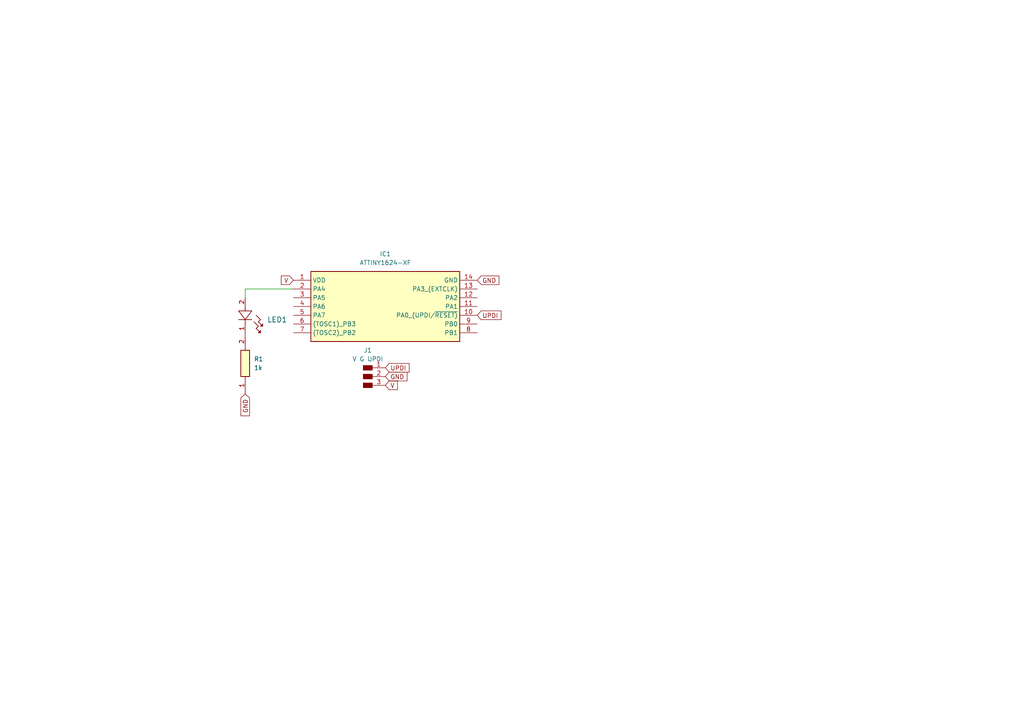
<source format=kicad_sch>
(kicad_sch (version 20250114) (generator "eeschema") (generator_version "9.0")
  (paper "A4")
  (lib_symbols
    (symbol "Neil:ATTINY1624 TSSOP"
      (property "Reference" "IC" (at 49.53 7.62 0))
      (property "Value" "ATTINY1624-XF" (at 49.53 5.08 0))
      (symbol "ATTINY1624 TSSOP_1_1"
        (rectangle (start 5.08 2.54) (end 48.26 -17.78) (stroke (width 0.254)) (fill (type background)))
        (pin passive line (at 0 0 0) (length 5.08) (name "VDD") (number "1"))
        (pin passive line (at 0 -2.54 0) (length 5.08) (name "PA4") (number "2"))
        (pin passive line (at 0 -5.08 0) (length 5.08) (name "PA5") (number "3"))
        (pin passive line (at 0 -7.62 0) (length 5.08) (name "PA6") (number "4"))
        (pin passive line (at 0 -10.16 0) (length 5.08) (name "PA7") (number "5"))
        (pin passive line (at 0 -12.7 0) (length 5.08) (name "(TOSC1)_PB3") (number "6"))
        (pin passive line (at 0 -15.24 0) (length 5.08) (name "(TOSC2)_PB2") (number "7"))
        (pin passive line (at 53.34 0 180) (length 5.08) (name "GND") (number "14"))
        (pin passive line (at 53.34 -2.54 180) (length 5.08) (name "PA3_(EXTCLK)") (number "13"))
        (pin passive line (at 53.34 -5.08 180) (length 5.08) (name "PA2") (number "12"))
        (pin passive line (at 53.34 -7.62 180) (length 5.08) (name "PA1") (number "11"))
        (pin passive line (at 53.34 -10.16 180) (length 5.08) (name "PA0_(UPDI/~{RESET)}") (number "10"))
        (pin passive line (at 53.34 -12.7 180) (length 5.08) (name "PB0") (number "9"))
        (pin passive line (at 53.34 -15.24 180) (length 5.08) (name "PB1") (number "8"))
      )
    )
    (symbol "Neil:LED 0603" (pin_names (offset 0.254))
      (property "Reference" "LED" (at 5.08 -4.445 0))
      (property "Value" "B1911USD-20D000114U1930" (at 5.08 -7.62 0))
      (symbol "LED 0603_1_1"
        (polyline (pts (xy 2.54 0) (xy 3.4798 0)) (stroke (width 0.2032)))
        (polyline (pts (xy 3.175 0) (xy 3.81 0)) (stroke (width 0.2032)))
        (polyline (pts (xy 3.81 1.905) (xy 3.81 -1.905)) (stroke (width 0.2032)))
        (polyline (pts (xy 3.81 -1.905) (xy 6.35 0)) (stroke (width 0.2032)))
        (polyline (pts (xy 5.08 3.175) (xy 6.35 4.445)) (stroke (width 0.2032)))
        (polyline (pts (xy 6.35 4.445) (xy 6.985 3.81)) (stroke (width 0.2032)))
        (polyline (pts (xy 6.35 0) (xy 3.81 1.905)) (stroke (width 0.2032)))
        (polyline (pts (xy 6.35 0) (xy 7.62 0)) (stroke (width 0.2032)))
        (polyline (pts (xy 6.35 -1.905) (xy 6.35 1.905)) (stroke (width 0.2032)))
        (polyline (pts (xy 6.985 3.81) (xy 8.255 5.08)) (stroke (width 0.2032)))
        (polyline (pts (xy 6.985 2.54) (xy 8.255 3.81)) (stroke (width 0.2032)))
        (polyline (pts (xy 7.62 5.08) (xy 8.255 4.445)) (stroke (width 0.2032)))
        (polyline (pts (xy 8.255 5.08) (xy 7.62 5.08)) (stroke (width 0.2032)))
        (polyline (pts (xy 8.255 4.445) (xy 8.255 5.08)) (stroke (width 0.2032)))
        (polyline (pts (xy 8.255 3.81) (xy 8.89 3.175)) (stroke (width 0.2032)))
        (polyline (pts (xy 8.89 3.175) (xy 10.16 4.445)) (stroke (width 0.2032)))
        (polyline (pts (xy 9.525 4.445) (xy 10.16 3.81)) (stroke (width 0.2032)))
        (polyline (pts (xy 10.16 4.445) (xy 9.525 4.445)) (stroke (width 0.2032)))
        (polyline (pts (xy 10.16 3.81) (xy 10.16 4.445)) (stroke (width 0.2032)))
        (pin unspecified line (at 0 0 0) (length 2.54) (name "") (number "2"))
        (pin unspecified line (at 10.16 0 180) (length 2.54) (name "") (number "1"))
      )
      (symbol "LED 0603_1_2"
        (polyline (pts (xy -5.08 8.255) (xy -5.08 7.62)) (stroke (width 0.2032)))
        (polyline (pts (xy -5.08 7.62) (xy -4.445 8.255)) (stroke (width 0.2032)))
        (polyline (pts (xy -4.445 10.16) (xy -4.445 9.525)) (stroke (width 0.2032)))
        (polyline (pts (xy -4.445 9.525) (xy -3.81 10.16)) (stroke (width 0.2032)))
        (polyline (pts (xy -4.445 8.255) (xy -5.08 8.255)) (stroke (width 0.2032)))
        (polyline (pts (xy -4.445 6.35) (xy -3.81 6.985)) (stroke (width 0.2032)))
        (polyline (pts (xy -3.81 10.16) (xy -4.445 10.16)) (stroke (width 0.2032)))
        (polyline (pts (xy -3.81 8.255) (xy -3.175 8.89)) (stroke (width 0.2032)))
        (polyline (pts (xy -3.81 6.985) (xy -5.08 8.255)) (stroke (width 0.2032)))
        (polyline (pts (xy -3.175 8.89) (xy -4.445 10.16)) (stroke (width 0.2032)))
        (polyline (pts (xy -3.175 5.08) (xy -4.445 6.35)) (stroke (width 0.2032)))
        (polyline (pts (xy -2.54 6.985) (xy -3.81 8.255)) (stroke (width 0.2032)))
        (polyline (pts (xy -1.905 3.81) (xy 1.905 3.81)) (stroke (width 0.2032)))
        (polyline (pts (xy 0 6.35) (xy -1.905 3.81)) (stroke (width 0.2032)))
        (polyline (pts (xy 0 6.35) (xy 0 7.62)) (stroke (width 0.2032)))
        (polyline (pts (xy 0 3.175) (xy 0 3.81)) (stroke (width 0.2032)))
        (polyline (pts (xy 0 2.54) (xy 0 3.4798)) (stroke (width 0.2032)))
        (polyline (pts (xy 1.905 6.35) (xy -1.905 6.35)) (stroke (width 0.2032)))
        (polyline (pts (xy 1.905 3.81) (xy 0 6.35)) (stroke (width 0.2032)))
        (pin unspecified line (at 0 10.16 270) (length 2.54) (name "") (number "1"))
        (pin unspecified line (at 0 0 90) (length 2.54) (name "") (number "2"))
      )
    )
    (symbol "Neil:Resistor 0603" (pin_names (hide yes))
      (property "Reference" "R" (at 13.97 6.35 0))
      (property "Value" "RC0603FR-101KL" (at 13.97 3.81 0))
      (symbol "Resistor 0603_1_1"
        (rectangle (start 5.08 1.27) (end 12.7 -1.27) (stroke (width 0.254)) (fill (type background)))
        (pin passive line (at 0 0 0) (length 5.08) (name "1") (number "1"))
        (pin passive line (at 17.78 0 180) (length 5.08) (name "2") (number "2"))
      )
    )
    (symbol "fab:PinHeader_01x03_P2.54mm_Horizontal_SMD" (pin_names (hide yes))
      (property "Reference" "J" (at 0 5.08 0))
      (property "Value" "PinHeader_01x03_P2.54mm_Horizontal_SMD" (at 0 -5.08 0))
      (symbol "PinHeader_01x03_P2.54mm_Horizontal_SMD_1_1"
        (rectangle (start -1.27 3.175) (end 1.27 1.905) (stroke (width 0.254)) (fill (type outline)))
        (rectangle (start -1.27 0.635) (end 1.27 -0.635) (stroke (width 0.254)) (fill (type outline)))
        (rectangle (start -1.27 -1.905) (end 1.27 -3.175) (stroke (width 0.254)) (fill (type outline)))
        (pin passive line (at 5.08 2.54 180) (length 3.81) (name "Pin_1") (number "1"))
        (pin passive line (at 5.08 0 180) (length 3.81) (name "Pin_2") (number "2"))
        (pin passive line (at 5.08 -2.54 180) (length 3.81) (name "Pin_3") (number "3"))
      )
    )
  )
  (wire (pts (xy 85.09 83.82) (xy 71.12 83.82)))
  (wire (pts (xy 71.12 83.82) (xy 71.12 86.36)))
  (global_label "GND" (shape input) (at 111.76 109.22 0) (property "Intersheetrefs" "${INTERSHEET_REFS}" (effects (hide yes))))
  (global_label "V" (shape input) (at 85.09 81.28 180) (property "Intersheetrefs" "${INTERSHEET_REFS}" (effects (hide yes))))
  (global_label "UPDI" (shape input) (at 138.43 91.44 0) (property "Intersheetrefs" "${INTERSHEET_REFS}" (effects (hide yes))))
  (global_label "UPDI" (shape input) (at 111.76 106.68 0) (property "Intersheetrefs" "${INTERSHEET_REFS}" (effects (hide yes))))
  (global_label "GND" (shape input) (at 138.43 81.28 0) (property "Intersheetrefs" "${INTERSHEET_REFS}" (effects (hide yes))))
  (global_label "V" (shape input) (at 111.76 111.76 0) (property "Intersheetrefs" "${INTERSHEET_REFS}" (effects (hide yes))))
  (global_label "GND" (shape input) (at 71.12 114.3 270) (property "Intersheetrefs" "${INTERSHEET_REFS}" (effects (hide yes))))
  (symbol (lib_id "Neil:ATTINY1624 TSSOP") (at 85.09 81.28 0) (unit 1)
    (property "Reference" "IC1" (at 111.76 73.66 0))
    (property "Value" "ATTINY1624-XF" (at 111.76 76.2 0))
    (property "Footprint" "Neil:TSSOP 14" (effects (hide yes)))
    (property "Datasheet" "https://ww1.microchip.com/downloads/en/DeviceDoc/ATtiny1624-26-27-DataSheet-DS40002234A.pdf" (effects (hide yes)))
    (property "Description" "8-bit Microcontrollers - MCU 20MHz, 16KB, TSSOP14, Ind 125C, Green" (effects (hide yes)))
    (property "Height" "1.2" (effects (hide yes)))
    (property "Manufacturer_Name" "Microchip" (effects (hide yes)))
    (property "Manufacturer_Part_Number" "ATTINY1624-XF" (effects (hide yes)))
    (property "Mouser Part Number" "556-ATTINY1624-XF" (effects (hide yes)))
    (property "Mouser Price/Stock" "https://www.mouser.co.uk/ProductDetail/Microchip-Technology/ATTINY1624-XF?qs=vmHwEFxEFR9Hf1XUafB80Q%3D%3D" (effects (hide yes)))
  )
  (symbol (lib_id "Neil:LED 0603") (at 71.12 86.36 270) (unit 1)
    (property "Reference" "LED1" (at 77.47 92.7099 90) (effects (font (size 1.524 1.524)) (justify left)))
    (property "Footprint" "Neil:LED 0603" (effects (hide yes)))
    (property "Datasheet" "B1911USD-20D000114U1930" (effects (hide yes)))
  )
  (symbol (lib_id "fab:PinHeader_01x03_P2.54mm_Horizontal_SMD") (at 106.68 109.22 0) (unit 1)
    (property "Reference" "J1" (at 106.68 101.6 0))
    (property "Value" "V G UPDI" (at 106.68 104.14 0))
    (property "Footprint" "fab:PinHeader_01x03_P2.54mm_Horizontal_SMD" (effects (hide yes)))
    (property "Description" "Male connector, single row" (effects (hide yes)))
  )
  (symbol (lib_id "Neil:Resistor 0603") (at 71.12 114.3 90) (unit 1)
    (property "Reference" "R1" (at 73.66 104.1399 90) (effects (justify right)))
    (property "Value" "1k" (at 73.66 106.6799 90) (effects (justify right)))
    (property "Footprint" "Neil:Resistor 0603" (effects (hide yes)))
    (property "Datasheet" "http://www.yageo.com/documents/recent/PYu-RC0603_51_RoHS_L_v5.pdf" (effects (hide yes)))
    (property "Description" "YAGEO - RC0603FR-101KL - RES, THICK FILM, 1K, 1%, 0.1W, 0603" (effects (hide yes)))
    (property "Height" "0.55" (effects (hide yes)))
    (property "Manufacturer_Name" "KEMET" (effects (hide yes)))
    (property "Manufacturer_Part_Number" "RC0603FR-101KL" (effects (hide yes)))
    (property "Mouser Part Number" "603-RC0603FR-101KL" (effects (hide yes)))
    (property "Mouser Price/Stock" "https://www.mouser.co.uk/ProductDetail/Yageo/RC0603FR-101KL?qs=EiqXWrxQq63MM0wzm69ZKg%3D%3D" (effects (hide yes)))
    (property "Arrow Part Number" "RC0603FR-101KL" (effects (hide yes)))
    (property "Arrow Price/Stock" "https://www.arrow.com/en/products/rc0603fr-101kl/yageo" (effects (hide yes)))
  )
)
</source>
